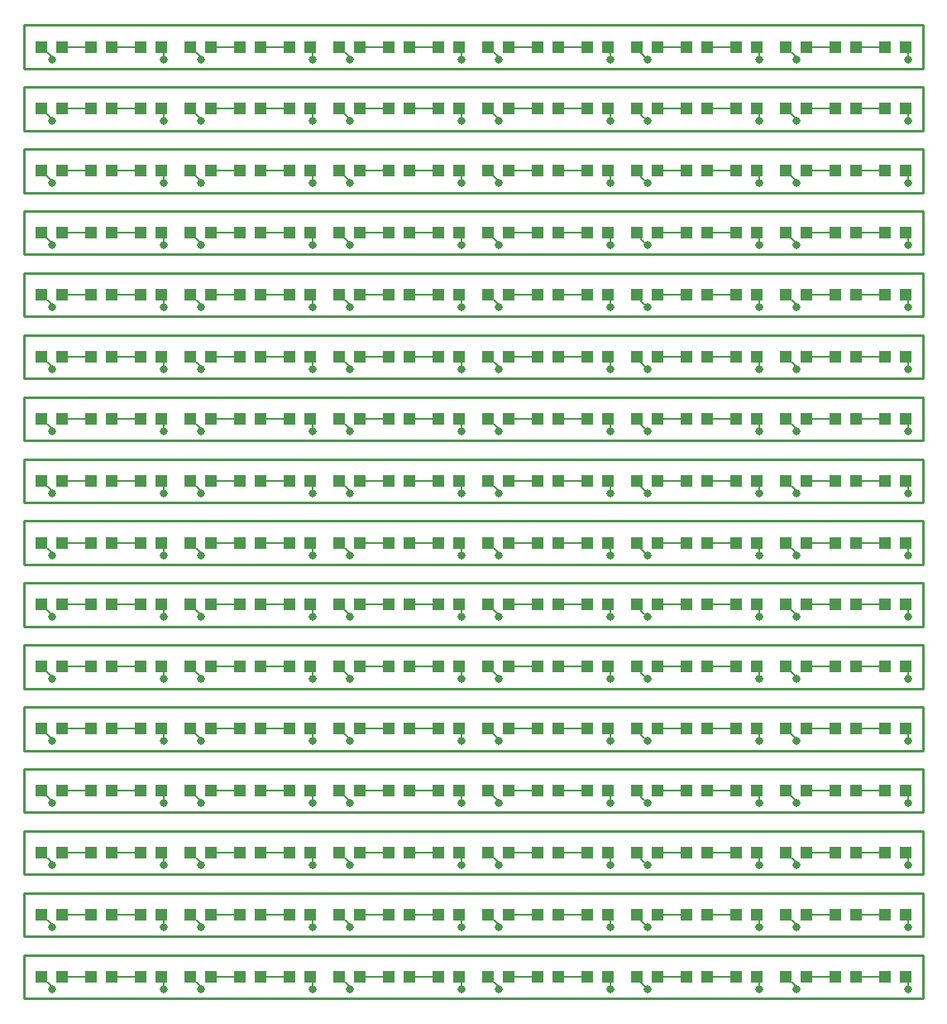
<source format=gtl>
G75*
G70*
%OFA0B0*%
%FSLAX25Y25*%
%IPPOS*%
%LPD*%
%AMOC8*
5,1,8,0,0,1.08239X$1,22.5*
%
%ADD11C,0.01000*%
%ADD14C,0.03170*%
%ADD15C,0.00600*%
%ADD20R,0.04720X0.04720*%
X0010000Y0010000D02*
G75*
%LPD*%
D11*
X0010000Y0010000D02*
X0010000Y0027460D01*
X0372500Y0027460D01*
X0372500Y0010000D01*
X0010000Y0010000D01*
D20*
X0017120Y0018750D03*
X0025380Y0018750D03*
X0037120Y0018750D03*
X0045380Y0018750D03*
X0057120Y0018750D03*
X0065380Y0018750D03*
X0077120Y0018750D03*
X0085380Y0018750D03*
X0097120Y0018750D03*
X0105380Y0018750D03*
X0117120Y0018750D03*
X0125380Y0018750D03*
X0137120Y0018750D03*
X0145380Y0018750D03*
X0157120Y0018750D03*
X0165380Y0018750D03*
X0177120Y0018750D03*
X0185380Y0018750D03*
X0197120Y0018750D03*
X0205380Y0018750D03*
X0217120Y0018750D03*
X0225380Y0018750D03*
X0237120Y0018750D03*
X0245380Y0018750D03*
X0257120Y0018750D03*
X0265380Y0018750D03*
X0277120Y0018750D03*
X0285380Y0018750D03*
X0297120Y0018750D03*
X0305380Y0018750D03*
X0317120Y0018750D03*
X0325380Y0018750D03*
X0337120Y0018750D03*
X0345380Y0018750D03*
X0357120Y0018750D03*
X0365380Y0018750D03*
D14*
X0366250Y0013750D03*
X0321250Y0013750D03*
X0306250Y0013750D03*
X0261250Y0013750D03*
X0246250Y0013750D03*
X0201250Y0013750D03*
X0186250Y0013750D03*
X0141250Y0013750D03*
X0126250Y0013750D03*
X0081250Y0013750D03*
X0066250Y0013750D03*
X0021250Y0013750D03*
D15*
X0021250Y0014620D01*
X0017120Y0018750D01*
X0025380Y0018750D02*
X0037120Y0018750D01*
X0045380Y0018750D02*
X0057120Y0018750D01*
X0065380Y0018750D02*
X0066250Y0017880D01*
X0066250Y0013750D01*
X0077120Y0018750D02*
X0081250Y0014620D01*
X0081250Y0013750D01*
X0126250Y0013750D02*
X0126250Y0017880D01*
X0125380Y0018750D01*
X0117120Y0018750D02*
X0105380Y0018750D01*
X0097120Y0018750D02*
X0085380Y0018750D01*
X0137120Y0018750D02*
X0141250Y0014620D01*
X0141250Y0013750D01*
X0186250Y0013750D02*
X0186250Y0017880D01*
X0185380Y0018750D01*
X0177120Y0018750D02*
X0165380Y0018750D01*
X0157120Y0018750D02*
X0145380Y0018750D01*
X0197120Y0018750D02*
X0201250Y0014620D01*
X0201250Y0013750D01*
X0246250Y0013750D02*
X0246250Y0017880D01*
X0245380Y0018750D01*
X0237120Y0018750D02*
X0225380Y0018750D01*
X0217120Y0018750D02*
X0205380Y0018750D01*
X0257120Y0018750D02*
X0258750Y0017120D01*
X0258750Y0016250D01*
X0261250Y0013750D01*
X0306250Y0013750D02*
X0306250Y0017880D01*
X0305380Y0018750D01*
X0297120Y0018750D02*
X0285380Y0018750D01*
X0277120Y0018750D02*
X0265380Y0018750D01*
X0317120Y0018750D02*
X0321250Y0014620D01*
X0321250Y0013750D01*
X0366250Y0013750D02*
X0366250Y0017880D01*
X0365380Y0018750D01*
X0357120Y0018750D02*
X0345380Y0018750D01*
X0337120Y0018750D02*
X0325380Y0018750D01*
X0010000Y0034960D02*
G75*
%LPD*%
D11*
X0010000Y0034960D02*
X0010000Y0052420D01*
X0372500Y0052420D01*
X0372500Y0034960D01*
X0010000Y0034960D01*
D20*
X0017120Y0043710D03*
X0025380Y0043710D03*
X0037120Y0043710D03*
X0045380Y0043710D03*
X0057120Y0043710D03*
X0065380Y0043710D03*
X0077120Y0043710D03*
X0085380Y0043710D03*
X0097120Y0043710D03*
X0105380Y0043710D03*
X0117120Y0043710D03*
X0125380Y0043710D03*
X0137120Y0043710D03*
X0145380Y0043710D03*
X0157120Y0043710D03*
X0165380Y0043710D03*
X0177120Y0043710D03*
X0185380Y0043710D03*
X0197120Y0043710D03*
X0205380Y0043710D03*
X0217120Y0043710D03*
X0225380Y0043710D03*
X0237120Y0043710D03*
X0245380Y0043710D03*
X0257120Y0043710D03*
X0265380Y0043710D03*
X0277120Y0043710D03*
X0285380Y0043710D03*
X0297120Y0043710D03*
X0305380Y0043710D03*
X0317120Y0043710D03*
X0325380Y0043710D03*
X0337120Y0043710D03*
X0345380Y0043710D03*
X0357120Y0043710D03*
X0365380Y0043710D03*
D14*
X0366250Y0038710D03*
X0321250Y0038710D03*
X0306250Y0038710D03*
X0261250Y0038710D03*
X0246250Y0038710D03*
X0201250Y0038710D03*
X0186250Y0038710D03*
X0141250Y0038710D03*
X0126250Y0038710D03*
X0081250Y0038710D03*
X0066250Y0038710D03*
X0021250Y0038710D03*
D15*
X0021250Y0039580D01*
X0017120Y0043710D01*
X0025380Y0043710D02*
X0037120Y0043710D01*
X0045380Y0043710D02*
X0057120Y0043710D01*
X0065380Y0043710D02*
X0066250Y0042840D01*
X0066250Y0038710D01*
X0077120Y0043710D02*
X0081250Y0039580D01*
X0081250Y0038710D01*
X0126250Y0038710D02*
X0126250Y0042840D01*
X0125380Y0043710D01*
X0117120Y0043710D02*
X0105380Y0043710D01*
X0097120Y0043710D02*
X0085380Y0043710D01*
X0137120Y0043710D02*
X0141250Y0039580D01*
X0141250Y0038710D01*
X0186250Y0038710D02*
X0186250Y0042840D01*
X0185380Y0043710D01*
X0177120Y0043710D02*
X0165380Y0043710D01*
X0157120Y0043710D02*
X0145380Y0043710D01*
X0197120Y0043710D02*
X0201250Y0039580D01*
X0201250Y0038710D01*
X0246250Y0038710D02*
X0246250Y0042840D01*
X0245380Y0043710D01*
X0237120Y0043710D02*
X0225380Y0043710D01*
X0217120Y0043710D02*
X0205380Y0043710D01*
X0257120Y0043710D02*
X0258750Y0042080D01*
X0258750Y0041210D01*
X0261250Y0038710D01*
X0306250Y0038710D02*
X0306250Y0042840D01*
X0305380Y0043710D01*
X0297120Y0043710D02*
X0285380Y0043710D01*
X0277120Y0043710D02*
X0265380Y0043710D01*
X0317120Y0043710D02*
X0321250Y0039580D01*
X0321250Y0038710D01*
X0366250Y0038710D02*
X0366250Y0042840D01*
X0365380Y0043710D01*
X0357120Y0043710D02*
X0345380Y0043710D01*
X0337120Y0043710D02*
X0325380Y0043710D01*
X0010000Y0059920D02*
G75*
%LPD*%
D11*
X0010000Y0059920D02*
X0010000Y0077380D01*
X0372500Y0077380D01*
X0372500Y0059920D01*
X0010000Y0059920D01*
D20*
X0017120Y0068670D03*
X0025380Y0068670D03*
X0037120Y0068670D03*
X0045380Y0068670D03*
X0057120Y0068670D03*
X0065380Y0068670D03*
X0077120Y0068670D03*
X0085380Y0068670D03*
X0097120Y0068670D03*
X0105380Y0068670D03*
X0117120Y0068670D03*
X0125380Y0068670D03*
X0137120Y0068670D03*
X0145380Y0068670D03*
X0157120Y0068670D03*
X0165380Y0068670D03*
X0177120Y0068670D03*
X0185380Y0068670D03*
X0197120Y0068670D03*
X0205380Y0068670D03*
X0217120Y0068670D03*
X0225380Y0068670D03*
X0237120Y0068670D03*
X0245380Y0068670D03*
X0257120Y0068670D03*
X0265380Y0068670D03*
X0277120Y0068670D03*
X0285380Y0068670D03*
X0297120Y0068670D03*
X0305380Y0068670D03*
X0317120Y0068670D03*
X0325380Y0068670D03*
X0337120Y0068670D03*
X0345380Y0068670D03*
X0357120Y0068670D03*
X0365380Y0068670D03*
D14*
X0366250Y0063670D03*
X0321250Y0063670D03*
X0306250Y0063670D03*
X0261250Y0063670D03*
X0246250Y0063670D03*
X0201250Y0063670D03*
X0186250Y0063670D03*
X0141250Y0063670D03*
X0126250Y0063670D03*
X0081250Y0063670D03*
X0066250Y0063670D03*
X0021250Y0063670D03*
D15*
X0021250Y0064540D01*
X0017120Y0068670D01*
X0025380Y0068670D02*
X0037120Y0068670D01*
X0045380Y0068670D02*
X0057120Y0068670D01*
X0065380Y0068670D02*
X0066250Y0067800D01*
X0066250Y0063670D01*
X0077120Y0068670D02*
X0081250Y0064540D01*
X0081250Y0063670D01*
X0126250Y0063670D02*
X0126250Y0067800D01*
X0125380Y0068670D01*
X0117120Y0068670D02*
X0105380Y0068670D01*
X0097120Y0068670D02*
X0085380Y0068670D01*
X0137120Y0068670D02*
X0141250Y0064540D01*
X0141250Y0063670D01*
X0186250Y0063670D02*
X0186250Y0067800D01*
X0185380Y0068670D01*
X0177120Y0068670D02*
X0165380Y0068670D01*
X0157120Y0068670D02*
X0145380Y0068670D01*
X0197120Y0068670D02*
X0201250Y0064540D01*
X0201250Y0063670D01*
X0246250Y0063670D02*
X0246250Y0067800D01*
X0245380Y0068670D01*
X0237120Y0068670D02*
X0225380Y0068670D01*
X0217120Y0068670D02*
X0205380Y0068670D01*
X0257120Y0068670D02*
X0258750Y0067040D01*
X0258750Y0066170D01*
X0261250Y0063670D01*
X0306250Y0063670D02*
X0306250Y0067800D01*
X0305380Y0068670D01*
X0297120Y0068670D02*
X0285380Y0068670D01*
X0277120Y0068670D02*
X0265380Y0068670D01*
X0317120Y0068670D02*
X0321250Y0064540D01*
X0321250Y0063670D01*
X0366250Y0063670D02*
X0366250Y0067800D01*
X0365380Y0068670D01*
X0357120Y0068670D02*
X0345380Y0068670D01*
X0337120Y0068670D02*
X0325380Y0068670D01*
X0010000Y0084880D02*
G75*
%LPD*%
D11*
X0010000Y0084880D02*
X0010000Y0102340D01*
X0372500Y0102340D01*
X0372500Y0084880D01*
X0010000Y0084880D01*
D20*
X0017120Y0093630D03*
X0025380Y0093630D03*
X0037120Y0093630D03*
X0045380Y0093630D03*
X0057120Y0093630D03*
X0065380Y0093630D03*
X0077120Y0093630D03*
X0085380Y0093630D03*
X0097120Y0093630D03*
X0105380Y0093630D03*
X0117120Y0093630D03*
X0125380Y0093630D03*
X0137120Y0093630D03*
X0145380Y0093630D03*
X0157120Y0093630D03*
X0165380Y0093630D03*
X0177120Y0093630D03*
X0185380Y0093630D03*
X0197120Y0093630D03*
X0205380Y0093630D03*
X0217120Y0093630D03*
X0225380Y0093630D03*
X0237120Y0093630D03*
X0245380Y0093630D03*
X0257120Y0093630D03*
X0265380Y0093630D03*
X0277120Y0093630D03*
X0285380Y0093630D03*
X0297120Y0093630D03*
X0305380Y0093630D03*
X0317120Y0093630D03*
X0325380Y0093630D03*
X0337120Y0093630D03*
X0345380Y0093630D03*
X0357120Y0093630D03*
X0365380Y0093630D03*
D14*
X0366250Y0088630D03*
X0321250Y0088630D03*
X0306250Y0088630D03*
X0261250Y0088630D03*
X0246250Y0088630D03*
X0201250Y0088630D03*
X0186250Y0088630D03*
X0141250Y0088630D03*
X0126250Y0088630D03*
X0081250Y0088630D03*
X0066250Y0088630D03*
X0021250Y0088630D03*
D15*
X0021250Y0089500D01*
X0017120Y0093630D01*
X0025380Y0093630D02*
X0037120Y0093630D01*
X0045380Y0093630D02*
X0057120Y0093630D01*
X0065380Y0093630D02*
X0066250Y0092760D01*
X0066250Y0088630D01*
X0077120Y0093630D02*
X0081250Y0089500D01*
X0081250Y0088630D01*
X0126250Y0088630D02*
X0126250Y0092760D01*
X0125380Y0093630D01*
X0117120Y0093630D02*
X0105380Y0093630D01*
X0097120Y0093630D02*
X0085380Y0093630D01*
X0137120Y0093630D02*
X0141250Y0089500D01*
X0141250Y0088630D01*
X0186250Y0088630D02*
X0186250Y0092760D01*
X0185380Y0093630D01*
X0177120Y0093630D02*
X0165380Y0093630D01*
X0157120Y0093630D02*
X0145380Y0093630D01*
X0197120Y0093630D02*
X0201250Y0089500D01*
X0201250Y0088630D01*
X0246250Y0088630D02*
X0246250Y0092760D01*
X0245380Y0093630D01*
X0237120Y0093630D02*
X0225380Y0093630D01*
X0217120Y0093630D02*
X0205380Y0093630D01*
X0257120Y0093630D02*
X0258750Y0092000D01*
X0258750Y0091130D01*
X0261250Y0088630D01*
X0306250Y0088630D02*
X0306250Y0092760D01*
X0305380Y0093630D01*
X0297120Y0093630D02*
X0285380Y0093630D01*
X0277120Y0093630D02*
X0265380Y0093630D01*
X0317120Y0093630D02*
X0321250Y0089500D01*
X0321250Y0088630D01*
X0366250Y0088630D02*
X0366250Y0092760D01*
X0365380Y0093630D01*
X0357120Y0093630D02*
X0345380Y0093630D01*
X0337120Y0093630D02*
X0325380Y0093630D01*
X0010000Y0109840D02*
G75*
%LPD*%
D11*
X0010000Y0109840D02*
X0010000Y0127300D01*
X0372500Y0127300D01*
X0372500Y0109840D01*
X0010000Y0109840D01*
D20*
X0017120Y0118590D03*
X0025380Y0118590D03*
X0037120Y0118590D03*
X0045380Y0118590D03*
X0057120Y0118590D03*
X0065380Y0118590D03*
X0077120Y0118590D03*
X0085380Y0118590D03*
X0097120Y0118590D03*
X0105380Y0118590D03*
X0117120Y0118590D03*
X0125380Y0118590D03*
X0137120Y0118590D03*
X0145380Y0118590D03*
X0157120Y0118590D03*
X0165380Y0118590D03*
X0177120Y0118590D03*
X0185380Y0118590D03*
X0197120Y0118590D03*
X0205380Y0118590D03*
X0217120Y0118590D03*
X0225380Y0118590D03*
X0237120Y0118590D03*
X0245380Y0118590D03*
X0257120Y0118590D03*
X0265380Y0118590D03*
X0277120Y0118590D03*
X0285380Y0118590D03*
X0297120Y0118590D03*
X0305380Y0118590D03*
X0317120Y0118590D03*
X0325380Y0118590D03*
X0337120Y0118590D03*
X0345380Y0118590D03*
X0357120Y0118590D03*
X0365380Y0118590D03*
D14*
X0366250Y0113590D03*
X0321250Y0113590D03*
X0306250Y0113590D03*
X0261250Y0113590D03*
X0246250Y0113590D03*
X0201250Y0113590D03*
X0186250Y0113590D03*
X0141250Y0113590D03*
X0126250Y0113590D03*
X0081250Y0113590D03*
X0066250Y0113590D03*
X0021250Y0113590D03*
D15*
X0021250Y0114460D01*
X0017120Y0118590D01*
X0025380Y0118590D02*
X0037120Y0118590D01*
X0045380Y0118590D02*
X0057120Y0118590D01*
X0065380Y0118590D02*
X0066250Y0117720D01*
X0066250Y0113590D01*
X0077120Y0118590D02*
X0081250Y0114460D01*
X0081250Y0113590D01*
X0126250Y0113590D02*
X0126250Y0117720D01*
X0125380Y0118590D01*
X0117120Y0118590D02*
X0105380Y0118590D01*
X0097120Y0118590D02*
X0085380Y0118590D01*
X0137120Y0118590D02*
X0141250Y0114460D01*
X0141250Y0113590D01*
X0186250Y0113590D02*
X0186250Y0117720D01*
X0185380Y0118590D01*
X0177120Y0118590D02*
X0165380Y0118590D01*
X0157120Y0118590D02*
X0145380Y0118590D01*
X0197120Y0118590D02*
X0201250Y0114460D01*
X0201250Y0113590D01*
X0246250Y0113590D02*
X0246250Y0117720D01*
X0245380Y0118590D01*
X0237120Y0118590D02*
X0225380Y0118590D01*
X0217120Y0118590D02*
X0205380Y0118590D01*
X0257120Y0118590D02*
X0258750Y0116960D01*
X0258750Y0116090D01*
X0261250Y0113590D01*
X0306250Y0113590D02*
X0306250Y0117720D01*
X0305380Y0118590D01*
X0297120Y0118590D02*
X0285380Y0118590D01*
X0277120Y0118590D02*
X0265380Y0118590D01*
X0317120Y0118590D02*
X0321250Y0114460D01*
X0321250Y0113590D01*
X0366250Y0113590D02*
X0366250Y0117720D01*
X0365380Y0118590D01*
X0357120Y0118590D02*
X0345380Y0118590D01*
X0337120Y0118590D02*
X0325380Y0118590D01*
X0010000Y0134800D02*
G75*
%LPD*%
D11*
X0010000Y0134800D02*
X0010000Y0152260D01*
X0372500Y0152260D01*
X0372500Y0134800D01*
X0010000Y0134800D01*
D20*
X0017120Y0143550D03*
X0025380Y0143550D03*
X0037120Y0143550D03*
X0045380Y0143550D03*
X0057120Y0143550D03*
X0065380Y0143550D03*
X0077120Y0143550D03*
X0085380Y0143550D03*
X0097120Y0143550D03*
X0105380Y0143550D03*
X0117120Y0143550D03*
X0125380Y0143550D03*
X0137120Y0143550D03*
X0145380Y0143550D03*
X0157120Y0143550D03*
X0165380Y0143550D03*
X0177120Y0143550D03*
X0185380Y0143550D03*
X0197120Y0143550D03*
X0205380Y0143550D03*
X0217120Y0143550D03*
X0225380Y0143550D03*
X0237120Y0143550D03*
X0245380Y0143550D03*
X0257120Y0143550D03*
X0265380Y0143550D03*
X0277120Y0143550D03*
X0285380Y0143550D03*
X0297120Y0143550D03*
X0305380Y0143550D03*
X0317120Y0143550D03*
X0325380Y0143550D03*
X0337120Y0143550D03*
X0345380Y0143550D03*
X0357120Y0143550D03*
X0365380Y0143550D03*
D14*
X0366250Y0138550D03*
X0321250Y0138550D03*
X0306250Y0138550D03*
X0261250Y0138550D03*
X0246250Y0138550D03*
X0201250Y0138550D03*
X0186250Y0138550D03*
X0141250Y0138550D03*
X0126250Y0138550D03*
X0081250Y0138550D03*
X0066250Y0138550D03*
X0021250Y0138550D03*
D15*
X0021250Y0139420D01*
X0017120Y0143550D01*
X0025380Y0143550D02*
X0037120Y0143550D01*
X0045380Y0143550D02*
X0057120Y0143550D01*
X0065380Y0143550D02*
X0066250Y0142680D01*
X0066250Y0138550D01*
X0077120Y0143550D02*
X0081250Y0139420D01*
X0081250Y0138550D01*
X0126250Y0138550D02*
X0126250Y0142680D01*
X0125380Y0143550D01*
X0117120Y0143550D02*
X0105380Y0143550D01*
X0097120Y0143550D02*
X0085380Y0143550D01*
X0137120Y0143550D02*
X0141250Y0139420D01*
X0141250Y0138550D01*
X0186250Y0138550D02*
X0186250Y0142680D01*
X0185380Y0143550D01*
X0177120Y0143550D02*
X0165380Y0143550D01*
X0157120Y0143550D02*
X0145380Y0143550D01*
X0197120Y0143550D02*
X0201250Y0139420D01*
X0201250Y0138550D01*
X0246250Y0138550D02*
X0246250Y0142680D01*
X0245380Y0143550D01*
X0237120Y0143550D02*
X0225380Y0143550D01*
X0217120Y0143550D02*
X0205380Y0143550D01*
X0257120Y0143550D02*
X0258750Y0141920D01*
X0258750Y0141050D01*
X0261250Y0138550D01*
X0306250Y0138550D02*
X0306250Y0142680D01*
X0305380Y0143550D01*
X0297120Y0143550D02*
X0285380Y0143550D01*
X0277120Y0143550D02*
X0265380Y0143550D01*
X0317120Y0143550D02*
X0321250Y0139420D01*
X0321250Y0138550D01*
X0366250Y0138550D02*
X0366250Y0142680D01*
X0365380Y0143550D01*
X0357120Y0143550D02*
X0345380Y0143550D01*
X0337120Y0143550D02*
X0325380Y0143550D01*
X0010000Y0159760D02*
G75*
%LPD*%
D11*
X0010000Y0159760D02*
X0010000Y0177220D01*
X0372500Y0177220D01*
X0372500Y0159760D01*
X0010000Y0159760D01*
D20*
X0017120Y0168510D03*
X0025380Y0168510D03*
X0037120Y0168510D03*
X0045380Y0168510D03*
X0057120Y0168510D03*
X0065380Y0168510D03*
X0077120Y0168510D03*
X0085380Y0168510D03*
X0097120Y0168510D03*
X0105380Y0168510D03*
X0117120Y0168510D03*
X0125380Y0168510D03*
X0137120Y0168510D03*
X0145380Y0168510D03*
X0157120Y0168510D03*
X0165380Y0168510D03*
X0177120Y0168510D03*
X0185380Y0168510D03*
X0197120Y0168510D03*
X0205380Y0168510D03*
X0217120Y0168510D03*
X0225380Y0168510D03*
X0237120Y0168510D03*
X0245380Y0168510D03*
X0257120Y0168510D03*
X0265380Y0168510D03*
X0277120Y0168510D03*
X0285380Y0168510D03*
X0297120Y0168510D03*
X0305380Y0168510D03*
X0317120Y0168510D03*
X0325380Y0168510D03*
X0337120Y0168510D03*
X0345380Y0168510D03*
X0357120Y0168510D03*
X0365380Y0168510D03*
D14*
X0366250Y0163510D03*
X0321250Y0163510D03*
X0306250Y0163510D03*
X0261250Y0163510D03*
X0246250Y0163510D03*
X0201250Y0163510D03*
X0186250Y0163510D03*
X0141250Y0163510D03*
X0126250Y0163510D03*
X0081250Y0163510D03*
X0066250Y0163510D03*
X0021250Y0163510D03*
D15*
X0021250Y0164380D01*
X0017120Y0168510D01*
X0025380Y0168510D02*
X0037120Y0168510D01*
X0045380Y0168510D02*
X0057120Y0168510D01*
X0065380Y0168510D02*
X0066250Y0167640D01*
X0066250Y0163510D01*
X0077120Y0168510D02*
X0081250Y0164380D01*
X0081250Y0163510D01*
X0126250Y0163510D02*
X0126250Y0167640D01*
X0125380Y0168510D01*
X0117120Y0168510D02*
X0105380Y0168510D01*
X0097120Y0168510D02*
X0085380Y0168510D01*
X0137120Y0168510D02*
X0141250Y0164380D01*
X0141250Y0163510D01*
X0186250Y0163510D02*
X0186250Y0167640D01*
X0185380Y0168510D01*
X0177120Y0168510D02*
X0165380Y0168510D01*
X0157120Y0168510D02*
X0145380Y0168510D01*
X0197120Y0168510D02*
X0201250Y0164380D01*
X0201250Y0163510D01*
X0246250Y0163510D02*
X0246250Y0167640D01*
X0245380Y0168510D01*
X0237120Y0168510D02*
X0225380Y0168510D01*
X0217120Y0168510D02*
X0205380Y0168510D01*
X0257120Y0168510D02*
X0258750Y0166880D01*
X0258750Y0166010D01*
X0261250Y0163510D01*
X0306250Y0163510D02*
X0306250Y0167640D01*
X0305380Y0168510D01*
X0297120Y0168510D02*
X0285380Y0168510D01*
X0277120Y0168510D02*
X0265380Y0168510D01*
X0317120Y0168510D02*
X0321250Y0164380D01*
X0321250Y0163510D01*
X0366250Y0163510D02*
X0366250Y0167640D01*
X0365380Y0168510D01*
X0357120Y0168510D02*
X0345380Y0168510D01*
X0337120Y0168510D02*
X0325380Y0168510D01*
X0010000Y0184720D02*
G75*
%LPD*%
D11*
X0010000Y0184720D02*
X0010000Y0202180D01*
X0372500Y0202180D01*
X0372500Y0184720D01*
X0010000Y0184720D01*
D20*
X0017120Y0193470D03*
X0025380Y0193470D03*
X0037120Y0193470D03*
X0045380Y0193470D03*
X0057120Y0193470D03*
X0065380Y0193470D03*
X0077120Y0193470D03*
X0085380Y0193470D03*
X0097120Y0193470D03*
X0105380Y0193470D03*
X0117120Y0193470D03*
X0125380Y0193470D03*
X0137120Y0193470D03*
X0145380Y0193470D03*
X0157120Y0193470D03*
X0165380Y0193470D03*
X0177120Y0193470D03*
X0185380Y0193470D03*
X0197120Y0193470D03*
X0205380Y0193470D03*
X0217120Y0193470D03*
X0225380Y0193470D03*
X0237120Y0193470D03*
X0245380Y0193470D03*
X0257120Y0193470D03*
X0265380Y0193470D03*
X0277120Y0193470D03*
X0285380Y0193470D03*
X0297120Y0193470D03*
X0305380Y0193470D03*
X0317120Y0193470D03*
X0325380Y0193470D03*
X0337120Y0193470D03*
X0345380Y0193470D03*
X0357120Y0193470D03*
X0365380Y0193470D03*
D14*
X0366250Y0188470D03*
X0321250Y0188470D03*
X0306250Y0188470D03*
X0261250Y0188470D03*
X0246250Y0188470D03*
X0201250Y0188470D03*
X0186250Y0188470D03*
X0141250Y0188470D03*
X0126250Y0188470D03*
X0081250Y0188470D03*
X0066250Y0188470D03*
X0021250Y0188470D03*
D15*
X0021250Y0189340D01*
X0017120Y0193470D01*
X0025380Y0193470D02*
X0037120Y0193470D01*
X0045380Y0193470D02*
X0057120Y0193470D01*
X0065380Y0193470D02*
X0066250Y0192600D01*
X0066250Y0188470D01*
X0077120Y0193470D02*
X0081250Y0189340D01*
X0081250Y0188470D01*
X0126250Y0188470D02*
X0126250Y0192600D01*
X0125380Y0193470D01*
X0117120Y0193470D02*
X0105380Y0193470D01*
X0097120Y0193470D02*
X0085380Y0193470D01*
X0137120Y0193470D02*
X0141250Y0189340D01*
X0141250Y0188470D01*
X0186250Y0188470D02*
X0186250Y0192600D01*
X0185380Y0193470D01*
X0177120Y0193470D02*
X0165380Y0193470D01*
X0157120Y0193470D02*
X0145380Y0193470D01*
X0197120Y0193470D02*
X0201250Y0189340D01*
X0201250Y0188470D01*
X0246250Y0188470D02*
X0246250Y0192600D01*
X0245380Y0193470D01*
X0237120Y0193470D02*
X0225380Y0193470D01*
X0217120Y0193470D02*
X0205380Y0193470D01*
X0257120Y0193470D02*
X0258750Y0191840D01*
X0258750Y0190970D01*
X0261250Y0188470D01*
X0306250Y0188470D02*
X0306250Y0192600D01*
X0305380Y0193470D01*
X0297120Y0193470D02*
X0285380Y0193470D01*
X0277120Y0193470D02*
X0265380Y0193470D01*
X0317120Y0193470D02*
X0321250Y0189340D01*
X0321250Y0188470D01*
X0366250Y0188470D02*
X0366250Y0192600D01*
X0365380Y0193470D01*
X0357120Y0193470D02*
X0345380Y0193470D01*
X0337120Y0193470D02*
X0325380Y0193470D01*
X0010000Y0209680D02*
G75*
%LPD*%
D11*
X0010000Y0209680D02*
X0010000Y0227140D01*
X0372500Y0227140D01*
X0372500Y0209680D01*
X0010000Y0209680D01*
D20*
X0017120Y0218430D03*
X0025380Y0218430D03*
X0037120Y0218430D03*
X0045380Y0218430D03*
X0057120Y0218430D03*
X0065380Y0218430D03*
X0077120Y0218430D03*
X0085380Y0218430D03*
X0097120Y0218430D03*
X0105380Y0218430D03*
X0117120Y0218430D03*
X0125380Y0218430D03*
X0137120Y0218430D03*
X0145380Y0218430D03*
X0157120Y0218430D03*
X0165380Y0218430D03*
X0177120Y0218430D03*
X0185380Y0218430D03*
X0197120Y0218430D03*
X0205380Y0218430D03*
X0217120Y0218430D03*
X0225380Y0218430D03*
X0237120Y0218430D03*
X0245380Y0218430D03*
X0257120Y0218430D03*
X0265380Y0218430D03*
X0277120Y0218430D03*
X0285380Y0218430D03*
X0297120Y0218430D03*
X0305380Y0218430D03*
X0317120Y0218430D03*
X0325380Y0218430D03*
X0337120Y0218430D03*
X0345380Y0218430D03*
X0357120Y0218430D03*
X0365380Y0218430D03*
D14*
X0366250Y0213430D03*
X0321250Y0213430D03*
X0306250Y0213430D03*
X0261250Y0213430D03*
X0246250Y0213430D03*
X0201250Y0213430D03*
X0186250Y0213430D03*
X0141250Y0213430D03*
X0126250Y0213430D03*
X0081250Y0213430D03*
X0066250Y0213430D03*
X0021250Y0213430D03*
D15*
X0021250Y0214300D01*
X0017120Y0218430D01*
X0025380Y0218430D02*
X0037120Y0218430D01*
X0045380Y0218430D02*
X0057120Y0218430D01*
X0065380Y0218430D02*
X0066250Y0217560D01*
X0066250Y0213430D01*
X0077120Y0218430D02*
X0081250Y0214300D01*
X0081250Y0213430D01*
X0126250Y0213430D02*
X0126250Y0217560D01*
X0125380Y0218430D01*
X0117120Y0218430D02*
X0105380Y0218430D01*
X0097120Y0218430D02*
X0085380Y0218430D01*
X0137120Y0218430D02*
X0141250Y0214300D01*
X0141250Y0213430D01*
X0186250Y0213430D02*
X0186250Y0217560D01*
X0185380Y0218430D01*
X0177120Y0218430D02*
X0165380Y0218430D01*
X0157120Y0218430D02*
X0145380Y0218430D01*
X0197120Y0218430D02*
X0201250Y0214300D01*
X0201250Y0213430D01*
X0246250Y0213430D02*
X0246250Y0217560D01*
X0245380Y0218430D01*
X0237120Y0218430D02*
X0225380Y0218430D01*
X0217120Y0218430D02*
X0205380Y0218430D01*
X0257120Y0218430D02*
X0258750Y0216800D01*
X0258750Y0215930D01*
X0261250Y0213430D01*
X0306250Y0213430D02*
X0306250Y0217560D01*
X0305380Y0218430D01*
X0297120Y0218430D02*
X0285380Y0218430D01*
X0277120Y0218430D02*
X0265380Y0218430D01*
X0317120Y0218430D02*
X0321250Y0214300D01*
X0321250Y0213430D01*
X0366250Y0213430D02*
X0366250Y0217560D01*
X0365380Y0218430D01*
X0357120Y0218430D02*
X0345380Y0218430D01*
X0337120Y0218430D02*
X0325380Y0218430D01*
X0010000Y0234640D02*
G75*
%LPD*%
D11*
X0010000Y0234640D02*
X0010000Y0252100D01*
X0372500Y0252100D01*
X0372500Y0234640D01*
X0010000Y0234640D01*
D20*
X0017120Y0243390D03*
X0025380Y0243390D03*
X0037120Y0243390D03*
X0045380Y0243390D03*
X0057120Y0243390D03*
X0065380Y0243390D03*
X0077120Y0243390D03*
X0085380Y0243390D03*
X0097120Y0243390D03*
X0105380Y0243390D03*
X0117120Y0243390D03*
X0125380Y0243390D03*
X0137120Y0243390D03*
X0145380Y0243390D03*
X0157120Y0243390D03*
X0165380Y0243390D03*
X0177120Y0243390D03*
X0185380Y0243390D03*
X0197120Y0243390D03*
X0205380Y0243390D03*
X0217120Y0243390D03*
X0225380Y0243390D03*
X0237120Y0243390D03*
X0245380Y0243390D03*
X0257120Y0243390D03*
X0265380Y0243390D03*
X0277120Y0243390D03*
X0285380Y0243390D03*
X0297120Y0243390D03*
X0305380Y0243390D03*
X0317120Y0243390D03*
X0325380Y0243390D03*
X0337120Y0243390D03*
X0345380Y0243390D03*
X0357120Y0243390D03*
X0365380Y0243390D03*
D14*
X0366250Y0238390D03*
X0321250Y0238390D03*
X0306250Y0238390D03*
X0261250Y0238390D03*
X0246250Y0238390D03*
X0201250Y0238390D03*
X0186250Y0238390D03*
X0141250Y0238390D03*
X0126250Y0238390D03*
X0081250Y0238390D03*
X0066250Y0238390D03*
X0021250Y0238390D03*
D15*
X0021250Y0239260D01*
X0017120Y0243390D01*
X0025380Y0243390D02*
X0037120Y0243390D01*
X0045380Y0243390D02*
X0057120Y0243390D01*
X0065380Y0243390D02*
X0066250Y0242520D01*
X0066250Y0238390D01*
X0077120Y0243390D02*
X0081250Y0239260D01*
X0081250Y0238390D01*
X0126250Y0238390D02*
X0126250Y0242520D01*
X0125380Y0243390D01*
X0117120Y0243390D02*
X0105380Y0243390D01*
X0097120Y0243390D02*
X0085380Y0243390D01*
X0137120Y0243390D02*
X0141250Y0239260D01*
X0141250Y0238390D01*
X0186250Y0238390D02*
X0186250Y0242520D01*
X0185380Y0243390D01*
X0177120Y0243390D02*
X0165380Y0243390D01*
X0157120Y0243390D02*
X0145380Y0243390D01*
X0197120Y0243390D02*
X0201250Y0239260D01*
X0201250Y0238390D01*
X0246250Y0238390D02*
X0246250Y0242520D01*
X0245380Y0243390D01*
X0237120Y0243390D02*
X0225380Y0243390D01*
X0217120Y0243390D02*
X0205380Y0243390D01*
X0257120Y0243390D02*
X0258750Y0241760D01*
X0258750Y0240890D01*
X0261250Y0238390D01*
X0306250Y0238390D02*
X0306250Y0242520D01*
X0305380Y0243390D01*
X0297120Y0243390D02*
X0285380Y0243390D01*
X0277120Y0243390D02*
X0265380Y0243390D01*
X0317120Y0243390D02*
X0321250Y0239260D01*
X0321250Y0238390D01*
X0366250Y0238390D02*
X0366250Y0242520D01*
X0365380Y0243390D01*
X0357120Y0243390D02*
X0345380Y0243390D01*
X0337120Y0243390D02*
X0325380Y0243390D01*
X0010000Y0259600D02*
G75*
%LPD*%
D11*
X0010000Y0259600D02*
X0010000Y0277060D01*
X0372500Y0277060D01*
X0372500Y0259600D01*
X0010000Y0259600D01*
D20*
X0017120Y0268350D03*
X0025380Y0268350D03*
X0037120Y0268350D03*
X0045380Y0268350D03*
X0057120Y0268350D03*
X0065380Y0268350D03*
X0077120Y0268350D03*
X0085380Y0268350D03*
X0097120Y0268350D03*
X0105380Y0268350D03*
X0117120Y0268350D03*
X0125380Y0268350D03*
X0137120Y0268350D03*
X0145380Y0268350D03*
X0157120Y0268350D03*
X0165380Y0268350D03*
X0177120Y0268350D03*
X0185380Y0268350D03*
X0197120Y0268350D03*
X0205380Y0268350D03*
X0217120Y0268350D03*
X0225380Y0268350D03*
X0237120Y0268350D03*
X0245380Y0268350D03*
X0257120Y0268350D03*
X0265380Y0268350D03*
X0277120Y0268350D03*
X0285380Y0268350D03*
X0297120Y0268350D03*
X0305380Y0268350D03*
X0317120Y0268350D03*
X0325380Y0268350D03*
X0337120Y0268350D03*
X0345380Y0268350D03*
X0357120Y0268350D03*
X0365380Y0268350D03*
D14*
X0366250Y0263350D03*
X0321250Y0263350D03*
X0306250Y0263350D03*
X0261250Y0263350D03*
X0246250Y0263350D03*
X0201250Y0263350D03*
X0186250Y0263350D03*
X0141250Y0263350D03*
X0126250Y0263350D03*
X0081250Y0263350D03*
X0066250Y0263350D03*
X0021250Y0263350D03*
D15*
X0021250Y0264220D01*
X0017120Y0268350D01*
X0025380Y0268350D02*
X0037120Y0268350D01*
X0045380Y0268350D02*
X0057120Y0268350D01*
X0065380Y0268350D02*
X0066250Y0267480D01*
X0066250Y0263350D01*
X0077120Y0268350D02*
X0081250Y0264220D01*
X0081250Y0263350D01*
X0126250Y0263350D02*
X0126250Y0267480D01*
X0125380Y0268350D01*
X0117120Y0268350D02*
X0105380Y0268350D01*
X0097120Y0268350D02*
X0085380Y0268350D01*
X0137120Y0268350D02*
X0141250Y0264220D01*
X0141250Y0263350D01*
X0186250Y0263350D02*
X0186250Y0267480D01*
X0185380Y0268350D01*
X0177120Y0268350D02*
X0165380Y0268350D01*
X0157120Y0268350D02*
X0145380Y0268350D01*
X0197120Y0268350D02*
X0201250Y0264220D01*
X0201250Y0263350D01*
X0246250Y0263350D02*
X0246250Y0267480D01*
X0245380Y0268350D01*
X0237120Y0268350D02*
X0225380Y0268350D01*
X0217120Y0268350D02*
X0205380Y0268350D01*
X0257120Y0268350D02*
X0258750Y0266720D01*
X0258750Y0265850D01*
X0261250Y0263350D01*
X0306250Y0263350D02*
X0306250Y0267480D01*
X0305380Y0268350D01*
X0297120Y0268350D02*
X0285380Y0268350D01*
X0277120Y0268350D02*
X0265380Y0268350D01*
X0317120Y0268350D02*
X0321250Y0264220D01*
X0321250Y0263350D01*
X0366250Y0263350D02*
X0366250Y0267480D01*
X0365380Y0268350D01*
X0357120Y0268350D02*
X0345380Y0268350D01*
X0337120Y0268350D02*
X0325380Y0268350D01*
X0010000Y0284560D02*
G75*
%LPD*%
D11*
X0010000Y0284560D02*
X0010000Y0302020D01*
X0372500Y0302020D01*
X0372500Y0284560D01*
X0010000Y0284560D01*
D20*
X0017120Y0293310D03*
X0025380Y0293310D03*
X0037120Y0293310D03*
X0045380Y0293310D03*
X0057120Y0293310D03*
X0065380Y0293310D03*
X0077120Y0293310D03*
X0085380Y0293310D03*
X0097120Y0293310D03*
X0105380Y0293310D03*
X0117120Y0293310D03*
X0125380Y0293310D03*
X0137120Y0293310D03*
X0145380Y0293310D03*
X0157120Y0293310D03*
X0165380Y0293310D03*
X0177120Y0293310D03*
X0185380Y0293310D03*
X0197120Y0293310D03*
X0205380Y0293310D03*
X0217120Y0293310D03*
X0225380Y0293310D03*
X0237120Y0293310D03*
X0245380Y0293310D03*
X0257120Y0293310D03*
X0265380Y0293310D03*
X0277120Y0293310D03*
X0285380Y0293310D03*
X0297120Y0293310D03*
X0305380Y0293310D03*
X0317120Y0293310D03*
X0325380Y0293310D03*
X0337120Y0293310D03*
X0345380Y0293310D03*
X0357120Y0293310D03*
X0365380Y0293310D03*
D14*
X0366250Y0288310D03*
X0321250Y0288310D03*
X0306250Y0288310D03*
X0261250Y0288310D03*
X0246250Y0288310D03*
X0201250Y0288310D03*
X0186250Y0288310D03*
X0141250Y0288310D03*
X0126250Y0288310D03*
X0081250Y0288310D03*
X0066250Y0288310D03*
X0021250Y0288310D03*
D15*
X0021250Y0289180D01*
X0017120Y0293310D01*
X0025380Y0293310D02*
X0037120Y0293310D01*
X0045380Y0293310D02*
X0057120Y0293310D01*
X0065380Y0293310D02*
X0066250Y0292440D01*
X0066250Y0288310D01*
X0077120Y0293310D02*
X0081250Y0289180D01*
X0081250Y0288310D01*
X0126250Y0288310D02*
X0126250Y0292440D01*
X0125380Y0293310D01*
X0117120Y0293310D02*
X0105380Y0293310D01*
X0097120Y0293310D02*
X0085380Y0293310D01*
X0137120Y0293310D02*
X0141250Y0289180D01*
X0141250Y0288310D01*
X0186250Y0288310D02*
X0186250Y0292440D01*
X0185380Y0293310D01*
X0177120Y0293310D02*
X0165380Y0293310D01*
X0157120Y0293310D02*
X0145380Y0293310D01*
X0197120Y0293310D02*
X0201250Y0289180D01*
X0201250Y0288310D01*
X0246250Y0288310D02*
X0246250Y0292440D01*
X0245380Y0293310D01*
X0237120Y0293310D02*
X0225380Y0293310D01*
X0217120Y0293310D02*
X0205380Y0293310D01*
X0257120Y0293310D02*
X0258750Y0291680D01*
X0258750Y0290810D01*
X0261250Y0288310D01*
X0306250Y0288310D02*
X0306250Y0292440D01*
X0305380Y0293310D01*
X0297120Y0293310D02*
X0285380Y0293310D01*
X0277120Y0293310D02*
X0265380Y0293310D01*
X0317120Y0293310D02*
X0321250Y0289180D01*
X0321250Y0288310D01*
X0366250Y0288310D02*
X0366250Y0292440D01*
X0365380Y0293310D01*
X0357120Y0293310D02*
X0345380Y0293310D01*
X0337120Y0293310D02*
X0325380Y0293310D01*
X0010000Y0309520D02*
G75*
%LPD*%
D11*
X0010000Y0309520D02*
X0010000Y0326980D01*
X0372500Y0326980D01*
X0372500Y0309520D01*
X0010000Y0309520D01*
D20*
X0017120Y0318270D03*
X0025380Y0318270D03*
X0037120Y0318270D03*
X0045380Y0318270D03*
X0057120Y0318270D03*
X0065380Y0318270D03*
X0077120Y0318270D03*
X0085380Y0318270D03*
X0097120Y0318270D03*
X0105380Y0318270D03*
X0117120Y0318270D03*
X0125380Y0318270D03*
X0137120Y0318270D03*
X0145380Y0318270D03*
X0157120Y0318270D03*
X0165380Y0318270D03*
X0177120Y0318270D03*
X0185380Y0318270D03*
X0197120Y0318270D03*
X0205380Y0318270D03*
X0217120Y0318270D03*
X0225380Y0318270D03*
X0237120Y0318270D03*
X0245380Y0318270D03*
X0257120Y0318270D03*
X0265380Y0318270D03*
X0277120Y0318270D03*
X0285380Y0318270D03*
X0297120Y0318270D03*
X0305380Y0318270D03*
X0317120Y0318270D03*
X0325380Y0318270D03*
X0337120Y0318270D03*
X0345380Y0318270D03*
X0357120Y0318270D03*
X0365380Y0318270D03*
D14*
X0366250Y0313270D03*
X0321250Y0313270D03*
X0306250Y0313270D03*
X0261250Y0313270D03*
X0246250Y0313270D03*
X0201250Y0313270D03*
X0186250Y0313270D03*
X0141250Y0313270D03*
X0126250Y0313270D03*
X0081250Y0313270D03*
X0066250Y0313270D03*
X0021250Y0313270D03*
D15*
X0021250Y0314140D01*
X0017120Y0318270D01*
X0025380Y0318270D02*
X0037120Y0318270D01*
X0045380Y0318270D02*
X0057120Y0318270D01*
X0065380Y0318270D02*
X0066250Y0317400D01*
X0066250Y0313270D01*
X0077120Y0318270D02*
X0081250Y0314140D01*
X0081250Y0313270D01*
X0126250Y0313270D02*
X0126250Y0317400D01*
X0125380Y0318270D01*
X0117120Y0318270D02*
X0105380Y0318270D01*
X0097120Y0318270D02*
X0085380Y0318270D01*
X0137120Y0318270D02*
X0141250Y0314140D01*
X0141250Y0313270D01*
X0186250Y0313270D02*
X0186250Y0317400D01*
X0185380Y0318270D01*
X0177120Y0318270D02*
X0165380Y0318270D01*
X0157120Y0318270D02*
X0145380Y0318270D01*
X0197120Y0318270D02*
X0201250Y0314140D01*
X0201250Y0313270D01*
X0246250Y0313270D02*
X0246250Y0317400D01*
X0245380Y0318270D01*
X0237120Y0318270D02*
X0225380Y0318270D01*
X0217120Y0318270D02*
X0205380Y0318270D01*
X0257120Y0318270D02*
X0258750Y0316640D01*
X0258750Y0315770D01*
X0261250Y0313270D01*
X0306250Y0313270D02*
X0306250Y0317400D01*
X0305380Y0318270D01*
X0297120Y0318270D02*
X0285380Y0318270D01*
X0277120Y0318270D02*
X0265380Y0318270D01*
X0317120Y0318270D02*
X0321250Y0314140D01*
X0321250Y0313270D01*
X0366250Y0313270D02*
X0366250Y0317400D01*
X0365380Y0318270D01*
X0357120Y0318270D02*
X0345380Y0318270D01*
X0337120Y0318270D02*
X0325380Y0318270D01*
X0010000Y0334480D02*
G75*
%LPD*%
D11*
X0010000Y0334480D02*
X0010000Y0351940D01*
X0372500Y0351940D01*
X0372500Y0334480D01*
X0010000Y0334480D01*
D20*
X0017120Y0343230D03*
X0025380Y0343230D03*
X0037120Y0343230D03*
X0045380Y0343230D03*
X0057120Y0343230D03*
X0065380Y0343230D03*
X0077120Y0343230D03*
X0085380Y0343230D03*
X0097120Y0343230D03*
X0105380Y0343230D03*
X0117120Y0343230D03*
X0125380Y0343230D03*
X0137120Y0343230D03*
X0145380Y0343230D03*
X0157120Y0343230D03*
X0165380Y0343230D03*
X0177120Y0343230D03*
X0185380Y0343230D03*
X0197120Y0343230D03*
X0205380Y0343230D03*
X0217120Y0343230D03*
X0225380Y0343230D03*
X0237120Y0343230D03*
X0245380Y0343230D03*
X0257120Y0343230D03*
X0265380Y0343230D03*
X0277120Y0343230D03*
X0285380Y0343230D03*
X0297120Y0343230D03*
X0305380Y0343230D03*
X0317120Y0343230D03*
X0325380Y0343230D03*
X0337120Y0343230D03*
X0345380Y0343230D03*
X0357120Y0343230D03*
X0365380Y0343230D03*
D14*
X0366250Y0338230D03*
X0321250Y0338230D03*
X0306250Y0338230D03*
X0261250Y0338230D03*
X0246250Y0338230D03*
X0201250Y0338230D03*
X0186250Y0338230D03*
X0141250Y0338230D03*
X0126250Y0338230D03*
X0081250Y0338230D03*
X0066250Y0338230D03*
X0021250Y0338230D03*
D15*
X0021250Y0339100D01*
X0017120Y0343230D01*
X0025380Y0343230D02*
X0037120Y0343230D01*
X0045380Y0343230D02*
X0057120Y0343230D01*
X0065380Y0343230D02*
X0066250Y0342360D01*
X0066250Y0338230D01*
X0077120Y0343230D02*
X0081250Y0339100D01*
X0081250Y0338230D01*
X0126250Y0338230D02*
X0126250Y0342360D01*
X0125380Y0343230D01*
X0117120Y0343230D02*
X0105380Y0343230D01*
X0097120Y0343230D02*
X0085380Y0343230D01*
X0137120Y0343230D02*
X0141250Y0339100D01*
X0141250Y0338230D01*
X0186250Y0338230D02*
X0186250Y0342360D01*
X0185380Y0343230D01*
X0177120Y0343230D02*
X0165380Y0343230D01*
X0157120Y0343230D02*
X0145380Y0343230D01*
X0197120Y0343230D02*
X0201250Y0339100D01*
X0201250Y0338230D01*
X0246250Y0338230D02*
X0246250Y0342360D01*
X0245380Y0343230D01*
X0237120Y0343230D02*
X0225380Y0343230D01*
X0217120Y0343230D02*
X0205380Y0343230D01*
X0257120Y0343230D02*
X0258750Y0341600D01*
X0258750Y0340730D01*
X0261250Y0338230D01*
X0306250Y0338230D02*
X0306250Y0342360D01*
X0305380Y0343230D01*
X0297120Y0343230D02*
X0285380Y0343230D01*
X0277120Y0343230D02*
X0265380Y0343230D01*
X0317120Y0343230D02*
X0321250Y0339100D01*
X0321250Y0338230D01*
X0366250Y0338230D02*
X0366250Y0342360D01*
X0365380Y0343230D01*
X0357120Y0343230D02*
X0345380Y0343230D01*
X0337120Y0343230D02*
X0325380Y0343230D01*
X0010000Y0359440D02*
G75*
%LPD*%
D11*
X0010000Y0359440D02*
X0010000Y0376900D01*
X0372500Y0376900D01*
X0372500Y0359440D01*
X0010000Y0359440D01*
D20*
X0017120Y0368190D03*
X0025380Y0368190D03*
X0037120Y0368190D03*
X0045380Y0368190D03*
X0057120Y0368190D03*
X0065380Y0368190D03*
X0077120Y0368190D03*
X0085380Y0368190D03*
X0097120Y0368190D03*
X0105380Y0368190D03*
X0117120Y0368190D03*
X0125380Y0368190D03*
X0137120Y0368190D03*
X0145380Y0368190D03*
X0157120Y0368190D03*
X0165380Y0368190D03*
X0177120Y0368190D03*
X0185380Y0368190D03*
X0197120Y0368190D03*
X0205380Y0368190D03*
X0217120Y0368190D03*
X0225380Y0368190D03*
X0237120Y0368190D03*
X0245380Y0368190D03*
X0257120Y0368190D03*
X0265380Y0368190D03*
X0277120Y0368190D03*
X0285380Y0368190D03*
X0297120Y0368190D03*
X0305380Y0368190D03*
X0317120Y0368190D03*
X0325380Y0368190D03*
X0337120Y0368190D03*
X0345380Y0368190D03*
X0357120Y0368190D03*
X0365380Y0368190D03*
D14*
X0366250Y0363190D03*
X0321250Y0363190D03*
X0306250Y0363190D03*
X0261250Y0363190D03*
X0246250Y0363190D03*
X0201250Y0363190D03*
X0186250Y0363190D03*
X0141250Y0363190D03*
X0126250Y0363190D03*
X0081250Y0363190D03*
X0066250Y0363190D03*
X0021250Y0363190D03*
D15*
X0021250Y0364060D01*
X0017120Y0368190D01*
X0025380Y0368190D02*
X0037120Y0368190D01*
X0045380Y0368190D02*
X0057120Y0368190D01*
X0065380Y0368190D02*
X0066250Y0367320D01*
X0066250Y0363190D01*
X0077120Y0368190D02*
X0081250Y0364060D01*
X0081250Y0363190D01*
X0126250Y0363190D02*
X0126250Y0367320D01*
X0125380Y0368190D01*
X0117120Y0368190D02*
X0105380Y0368190D01*
X0097120Y0368190D02*
X0085380Y0368190D01*
X0137120Y0368190D02*
X0141250Y0364060D01*
X0141250Y0363190D01*
X0186250Y0363190D02*
X0186250Y0367320D01*
X0185380Y0368190D01*
X0177120Y0368190D02*
X0165380Y0368190D01*
X0157120Y0368190D02*
X0145380Y0368190D01*
X0197120Y0368190D02*
X0201250Y0364060D01*
X0201250Y0363190D01*
X0246250Y0363190D02*
X0246250Y0367320D01*
X0245380Y0368190D01*
X0237120Y0368190D02*
X0225380Y0368190D01*
X0217120Y0368190D02*
X0205380Y0368190D01*
X0257120Y0368190D02*
X0258750Y0366560D01*
X0258750Y0365690D01*
X0261250Y0363190D01*
X0306250Y0363190D02*
X0306250Y0367320D01*
X0305380Y0368190D01*
X0297120Y0368190D02*
X0285380Y0368190D01*
X0277120Y0368190D02*
X0265380Y0368190D01*
X0317120Y0368190D02*
X0321250Y0364060D01*
X0321250Y0363190D01*
X0366250Y0363190D02*
X0366250Y0367320D01*
X0365380Y0368190D01*
X0357120Y0368190D02*
X0345380Y0368190D01*
X0337120Y0368190D02*
X0325380Y0368190D01*
X0010000Y0384400D02*
G75*
%LPD*%
D11*
X0010000Y0384400D02*
X0010000Y0401860D01*
X0372500Y0401860D01*
X0372500Y0384400D01*
X0010000Y0384400D01*
D20*
X0017120Y0393150D03*
X0025380Y0393150D03*
X0037120Y0393150D03*
X0045380Y0393150D03*
X0057120Y0393150D03*
X0065380Y0393150D03*
X0077120Y0393150D03*
X0085380Y0393150D03*
X0097120Y0393150D03*
X0105380Y0393150D03*
X0117120Y0393150D03*
X0125380Y0393150D03*
X0137120Y0393150D03*
X0145380Y0393150D03*
X0157120Y0393150D03*
X0165380Y0393150D03*
X0177120Y0393150D03*
X0185380Y0393150D03*
X0197120Y0393150D03*
X0205380Y0393150D03*
X0217120Y0393150D03*
X0225380Y0393150D03*
X0237120Y0393150D03*
X0245380Y0393150D03*
X0257120Y0393150D03*
X0265380Y0393150D03*
X0277120Y0393150D03*
X0285380Y0393150D03*
X0297120Y0393150D03*
X0305380Y0393150D03*
X0317120Y0393150D03*
X0325380Y0393150D03*
X0337120Y0393150D03*
X0345380Y0393150D03*
X0357120Y0393150D03*
X0365380Y0393150D03*
D14*
X0366250Y0388150D03*
X0321250Y0388150D03*
X0306250Y0388150D03*
X0261250Y0388150D03*
X0246250Y0388150D03*
X0201250Y0388150D03*
X0186250Y0388150D03*
X0141250Y0388150D03*
X0126250Y0388150D03*
X0081250Y0388150D03*
X0066250Y0388150D03*
X0021250Y0388150D03*
D15*
X0021250Y0389020D01*
X0017120Y0393150D01*
X0025380Y0393150D02*
X0037120Y0393150D01*
X0045380Y0393150D02*
X0057120Y0393150D01*
X0065380Y0393150D02*
X0066250Y0392280D01*
X0066250Y0388150D01*
X0077120Y0393150D02*
X0081250Y0389020D01*
X0081250Y0388150D01*
X0126250Y0388150D02*
X0126250Y0392280D01*
X0125380Y0393150D01*
X0117120Y0393150D02*
X0105380Y0393150D01*
X0097120Y0393150D02*
X0085380Y0393150D01*
X0137120Y0393150D02*
X0141250Y0389020D01*
X0141250Y0388150D01*
X0186250Y0388150D02*
X0186250Y0392280D01*
X0185380Y0393150D01*
X0177120Y0393150D02*
X0165380Y0393150D01*
X0157120Y0393150D02*
X0145380Y0393150D01*
X0197120Y0393150D02*
X0201250Y0389020D01*
X0201250Y0388150D01*
X0246250Y0388150D02*
X0246250Y0392280D01*
X0245380Y0393150D01*
X0237120Y0393150D02*
X0225380Y0393150D01*
X0217120Y0393150D02*
X0205380Y0393150D01*
X0257120Y0393150D02*
X0258750Y0391520D01*
X0258750Y0390650D01*
X0261250Y0388150D01*
X0306250Y0388150D02*
X0306250Y0392280D01*
X0305380Y0393150D01*
X0297120Y0393150D02*
X0285380Y0393150D01*
X0277120Y0393150D02*
X0265380Y0393150D01*
X0317120Y0393150D02*
X0321250Y0389020D01*
X0321250Y0388150D01*
X0366250Y0388150D02*
X0366250Y0392280D01*
X0365380Y0393150D01*
X0357120Y0393150D02*
X0345380Y0393150D01*
X0337120Y0393150D02*
X0325380Y0393150D01*
M02*

</source>
